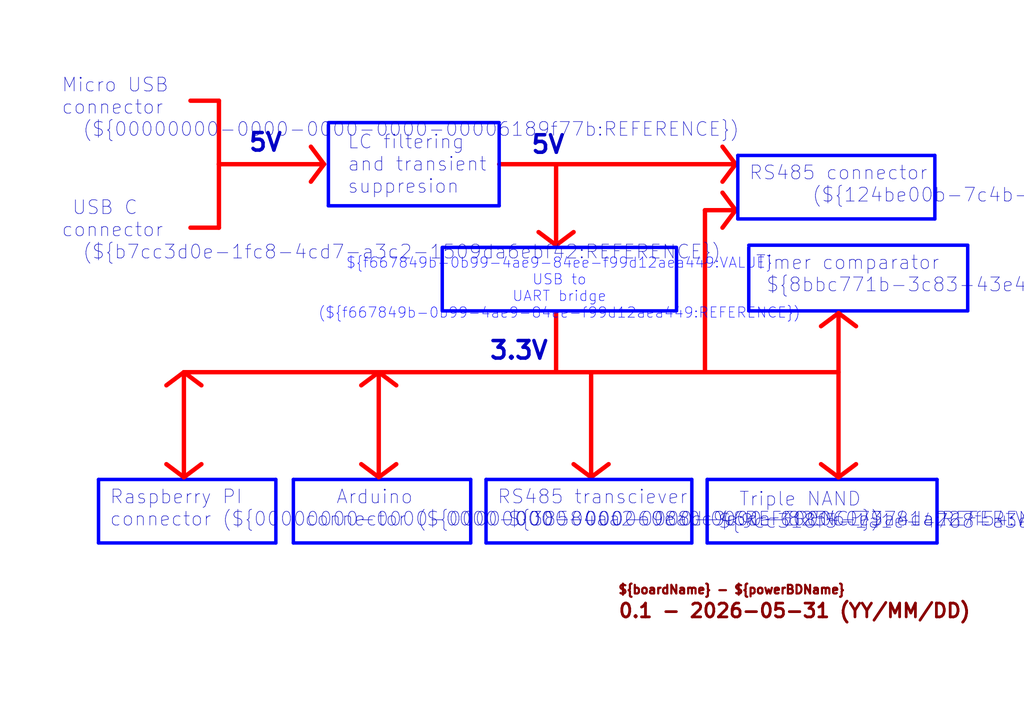
<source format=kicad_sch>
(kicad_sch
	(version 20250114)
	(generator "eeschema")
	(generator_version "9.0")
	(uuid "55f62029-af66-4168-97aa-c791fab7ce0f")
	(paper "A4")
	(title_block
		(title "${boardName} - ${powerBDName}")
		(date "2025-10-04")
		(rev "0.1")
	)
	(lib_symbols)
	(text "5V"
		(exclude_from_sim no)
		(at 71.755 44.45 0)
		(effects
			(font
				(size 5.08 5.08)
				(thickness 1.016)
				(bold yes)
			)
			(justify left bottom)
		)
		(uuid "01bd0fb0-85c4-408a-b875-bf7b3d64975b")
	)
	(text "   Arduino\nconnector (${00000000-0000-0000-0000-000060e9a81a:REFERENCE})"
		(exclude_from_sim no)
		(at 88.265 153.035 0)
		(effects
			(font
				(size 4 4)
			)
			(justify left bottom)
		)
		(uuid "1c632476-dcdc-4881-90b6-ff850f5052c3")
	)
	(text "RS485 connector\n      (${124be00b-7c4b-44a1-ac37-f5e21129a574:REFERENCE})"
		(exclude_from_sim no)
		(at 217.17 59.055 0)
		(effects
			(font
				(size 4 4)
			)
			(justify left bottom)
		)
		(uuid "205cd213-894f-4127-9171-f75a5e5a1436")
	)
	(text "   Triple NAND\n ${9cc318f5-1a1e-4768-a3e4-faa81f67e5b1:VALUE} (${9cc318f5-1a1e-4768-a3e4-faa81f67e5b1:REFERENCE})"
		(exclude_from_sim no)
		(at 205.105 153.67 0)
		(effects
			(font
				(size 4 4)
			)
			(justify left bottom)
		)
		(uuid "39381a60-099d-46ea-9bdc-9fd7b756831a")
	)
	(text "Raspberry PI\nconnector (${00000000-0000-0000-0000-000060ea0c9e:REFERENCE})"
		(exclude_from_sim no)
		(at 31.75 153.035 0)
		(effects
			(font
				(size 4 4)
			)
			(justify left bottom)
		)
		(uuid "4f570829-e0e8-4bac-9c8d-6c05a7cb43db")
	)
	(text "RS485 transciever\n ${38584aa2-988d-46de-8254-7374da227f54:VALUE} (${38584aa2-988d-46de-8254-7374da227f54:REFERENCE})"
		(exclude_from_sim no)
		(at 144.145 153.035 0)
		(effects
			(font
				(size 4 4)
			)
			(justify left bottom)
		)
		(uuid "576acec7-f6b0-4579-afb7-766779c47a4e")
	)
	(text "  LC filtering\n  and transient \n  suppresion"
		(exclude_from_sim no)
		(at 94.615 56.515 0)
		(effects
			(font
				(size 4 4)
			)
			(justify left bottom)
		)
		(uuid "63b2b021-2b26-4ce9-ac72-95826763c85e")
	)
	(text "${REVISION} - ${CURRENT_DATE} (YY/MM/DD)"
		(exclude_from_sim no)
		(at 179.07 179.705 0)
		(effects
			(font
				(size 4 4)
				(thickness 0.8)
				(bold yes)
				(color 132 0 0 1)
			)
			(justify left bottom)
		)
		(uuid "6ff7fa76-116a-47a2-85ab-3789a5f6b718")
	)
	(text " USB C\nconnector\n  (${b7cc3d0e-1fc8-4cd7-a3c2-1509da6ebf42:REFERENCE})"
		(exclude_from_sim no)
		(at 17.78 75.565 0)
		(effects
			(font
				(size 4 4)
			)
			(justify left bottom)
		)
		(uuid "76d987bd-d992-4ef5-a15f-82353a93af41")
	)
	(text "5V"
		(exclude_from_sim no)
		(at 153.67 45.085 0)
		(effects
			(font
				(size 5.08 5.08)
				(thickness 1.016)
				(bold yes)
			)
			(justify left bottom)
		)
		(uuid "86d784be-5e01-4075-96cf-8f1d0d05bd76")
	)
	(text "Timer comparator\n ${8bbc771b-3c83-43e4-9319-f143e5621448:VALUE} (${8bbc771b-3c83-43e4-9319-f143e5621448:REFERENCE})"
		(exclude_from_sim no)
		(at 219.075 85.09 0)
		(effects
			(font
				(size 4 4)
			)
			(justify left bottom)
		)
		(uuid "8edb9323-02ef-40fb-a22e-4f606fef0617")
	)
	(text "${boardName} - ${powerBDName}"
		(exclude_from_sim no)
		(at 179.07 172.72 0)
		(effects
			(font
				(size 2.5 2.5)
				(thickness 0.8)
				(bold yes)
				(color 132 0 0 1)
			)
			(justify left bottom)
		)
		(uuid "98bd5e95-72ef-4c93-bc2c-515ff2cbb4c8")
	)
	(text "Micro USB\nconnector\n  (${00000000-0000-0000-0000-00006189f77b:REFERENCE})"
		(exclude_from_sim no)
		(at 17.78 40.005 0)
		(effects
			(font
				(size 4 4)
			)
			(justify left bottom)
		)
		(uuid "9a374510-5df5-4318-9a9c-3218d90a352c")
	)
	(text "3.3V"
		(exclude_from_sim no)
		(at 141.605 104.775 0)
		(effects
			(font
				(size 5.08 5.08)
				(thickness 1.016)
				(bold yes)
			)
			(justify left bottom)
		)
		(uuid "c1dc95c1-dce5-4cb6-ba5a-98ca22e349e6")
	)
	(text_box " ${f667849b-0b99-4ae9-84ee-f99d12aea449:VALUE} USB to\nUART bridge (${f667849b-0b99-4ae9-84ee-f99d12aea449:REFERENCE})"
		(exclude_from_sim no)
		(at 128.27 71.755 0)
		(size 67.945 18.415)
		(margins 2.75 2.75 2.75 2.75)
		(stroke
			(width 1)
			(type default)
			(color 0 0 255 1)
		)
		(fill
			(type none)
		)
		(effects
			(font
				(size 3 3)
				(color 0 0 255 1)
			)
		)
		(uuid "8ea1679a-0559-4052-9bb0-e3c52c2a1395")
	)
	(polyline
		(pts
			(xy 213.36 60.96) (xy 209.55 66.04)
		)
		(stroke
			(width 1.27)
			(type solid)
			(color 255 0 0 1)
		)
		(uuid "01d451ec-59f2-4c17-a10a-5117ef50e422")
	)
	(polyline
		(pts
			(xy 53.34 107.95) (xy 53.34 138.43)
		)
		(stroke
			(width 1.27)
			(type solid)
			(color 255 0 0 1)
		)
		(uuid "085685c5-6751-4baf-a33a-f879e2e5de99")
	)
	(polyline
		(pts
			(xy 58.42 134.62) (xy 53.34 138.43)
		)
		(stroke
			(width 1.27)
			(type solid)
			(color 255 0 0 1)
		)
		(uuid "0b985733-b8b5-4656-afbf-e9d3a55f400c")
	)
	(polyline
		(pts
			(xy 243.205 90.805) (xy 248.285 94.615)
		)
		(stroke
			(width 1.27)
			(type solid)
			(color 255 0 0 1)
		)
		(uuid "0cdda728-dfa7-48c8-9051-af511b311cfe")
	)
	(polyline
		(pts
			(xy 140.97 139.065) (xy 140.97 157.48)
		)
		(stroke
			(width 1)
			(type solid)
			(color 0 0 255 1)
		)
		(uuid "12fa36bd-3d65-49e2-b46b-d913da3352e6")
	)
	(polyline
		(pts
			(xy 280.67 90.17) (xy 217.17 90.17)
		)
		(stroke
			(width 1)
			(type solid)
			(color 0 0 255 1)
		)
		(uuid "13c05f3e-2f36-402c-b895-0da438eb3a83")
	)
	(polyline
		(pts
			(xy 63.5 66.04) (xy 63.5 47.625)
		)
		(stroke
			(width 1.27)
			(type solid)
			(color 255 0 0 1)
		)
		(uuid "1d0046e2-5d02-42c2-a54e-15153cab3dc2")
	)
	(polyline
		(pts
			(xy 144.78 59.69) (xy 95.25 59.69)
		)
		(stroke
			(width 1)
			(type solid)
			(color 0 0 255 1)
		)
		(uuid "1d2b9cce-d040-43aa-81c9-3ccf0afa02c1")
	)
	(polyline
		(pts
			(xy 271.78 157.48) (xy 205.105 157.48)
		)
		(stroke
			(width 1)
			(type solid)
			(color 0 0 255 1)
		)
		(uuid "22d3de6e-f5fa-49d6-9961-3ba1b07324b6")
	)
	(polyline
		(pts
			(xy 176.53 134.62) (xy 171.45 138.43)
		)
		(stroke
			(width 1.27)
			(type solid)
			(color 255 0 0 1)
		)
		(uuid "248e3f06-ec57-49b5-a9d3-907dc14c8160")
	)
	(polyline
		(pts
			(xy 171.45 138.43) (xy 166.37 134.62)
		)
		(stroke
			(width 1.27)
			(type solid)
			(color 255 0 0 1)
		)
		(uuid "2af7c999-a87e-4f84-8ec2-e537b2e7801c")
	)
	(polyline
		(pts
			(xy 213.995 45.085) (xy 213.995 63.5)
		)
		(stroke
			(width 1)
			(type solid)
			(color 0 0 255 1)
		)
		(uuid "3a10cc6e-fe01-4929-928a-966152fcf890")
	)
	(polyline
		(pts
			(xy 238.125 94.615) (xy 243.205 90.805)
		)
		(stroke
			(width 1.27)
			(type solid)
			(color 255 0 0 1)
		)
		(uuid "3b08d156-8a50-4896-b61c-cb221f062131")
	)
	(polyline
		(pts
			(xy 93.98 47.625) (xy 90.17 52.705)
		)
		(stroke
			(width 1.27)
			(type solid)
			(color 255 0 0 1)
		)
		(uuid "3f93173f-34ab-4df6-95ad-5e4b1ff09b7e")
	)
	(polyline
		(pts
			(xy 217.17 71.755) (xy 217.17 90.17)
		)
		(stroke
			(width 1)
			(type solid)
			(color 0 0 255 1)
		)
		(uuid "3fdf7908-57de-4f75-81b8-bf99290089e2")
	)
	(polyline
		(pts
			(xy 55.245 29.21) (xy 63.5 29.21)
		)
		(stroke
			(width 1.27)
			(type solid)
			(color 255 0 0 1)
		)
		(uuid "43945d55-1504-4220-a699-ea9e25368acd")
	)
	(polyline
		(pts
			(xy 136.525 139.065) (xy 85.09 139.065)
		)
		(stroke
			(width 1)
			(type solid)
			(color 0 0 255 1)
		)
		(uuid "44f717f4-6520-409b-b8ab-6d203b2217a4")
	)
	(polyline
		(pts
			(xy 136.525 157.48) (xy 85.09 157.48)
		)
		(stroke
			(width 1)
			(type solid)
			(color 0 0 255 1)
		)
		(uuid "48ab9f4a-76fa-4eee-aad6-9dc718f3a471")
	)
	(polyline
		(pts
			(xy 80.01 139.065) (xy 80.01 157.48)
		)
		(stroke
			(width 1)
			(type solid)
			(color 0 0 255 1)
		)
		(uuid "4a0c302d-0d7a-43fc-b762-388be0fc7636")
	)
	(polyline
		(pts
			(xy 209.55 42.545) (xy 213.36 47.625)
		)
		(stroke
			(width 1.27)
			(type solid)
			(color 255 0 0 1)
		)
		(uuid "4e0aa253-b5e7-441f-9e58-bd323d5d9fa8")
	)
	(polyline
		(pts
			(xy 166.37 67.31) (xy 161.29 71.12)
		)
		(stroke
			(width 1.27)
			(type solid)
			(color 255 0 0 1)
		)
		(uuid "4e599289-9966-4b0b-b915-9932b4bb396a")
	)
	(polyline
		(pts
			(xy 95.25 35.56) (xy 144.78 35.56)
		)
		(stroke
			(width 1)
			(type solid)
			(color 0 0 255 1)
		)
		(uuid "5cf75a6f-3b85-4ae2-8626-a7135c3defca")
	)
	(polyline
		(pts
			(xy 200.66 139.065) (xy 140.97 139.065)
		)
		(stroke
			(width 1)
			(type solid)
			(color 0 0 255 1)
		)
		(uuid "5d136e0e-407d-45f8-9954-62f5a82c9e6c")
	)
	(polyline
		(pts
			(xy 280.67 71.12) (xy 217.17 71.12)
		)
		(stroke
			(width 1)
			(type solid)
			(color 0 0 255 1)
		)
		(uuid "5d6ffbe3-a7ce-4a1e-8cd1-1a9e42bbbf92")
	)
	(polyline
		(pts
			(xy 114.935 134.62) (xy 109.855 138.43)
		)
		(stroke
			(width 1.27)
			(type solid)
			(color 255 0 0 1)
		)
		(uuid "5dba3759-edcc-4fc0-ae3d-511a20ae78c7")
	)
	(polyline
		(pts
			(xy 213.995 45.085) (xy 271.145 45.085)
		)
		(stroke
			(width 1)
			(type solid)
			(color 0 0 255 1)
		)
		(uuid "642e0805-f35d-4a57-b52f-dc347db87995")
	)
	(polyline
		(pts
			(xy 109.855 107.95) (xy 109.855 138.43)
		)
		(stroke
			(width 1.27)
			(type solid)
			(color 255 0 0 1)
		)
		(uuid "68466fbd-4435-4ba0-8614-5e5753c2829e")
	)
	(polyline
		(pts
			(xy 90.17 42.545) (xy 93.98 47.625)
		)
		(stroke
			(width 1.27)
			(type solid)
			(color 255 0 0 1)
		)
		(uuid "692f40b7-3958-4f12-ae26-34811888a63c")
	)
	(polyline
		(pts
			(xy 248.285 134.62) (xy 243.205 138.43)
		)
		(stroke
			(width 1.27)
			(type solid)
			(color 255 0 0 1)
		)
		(uuid "6b56cb8e-cc4b-4db0-93a7-5fce37de6850")
	)
	(polyline
		(pts
			(xy 48.26 111.76) (xy 53.34 107.95)
		)
		(stroke
			(width 1.27)
			(type solid)
			(color 255 0 0 1)
		)
		(uuid "6f080e9f-d800-424e-adae-ada67fd38ecc")
	)
	(polyline
		(pts
			(xy 205.105 139.065) (xy 205.105 157.48)
		)
		(stroke
			(width 1)
			(type solid)
			(color 0 0 255 1)
		)
		(uuid "70d83da3-7fa4-472a-bbd3-3d19ca987773")
	)
	(polyline
		(pts
			(xy 161.29 47.625) (xy 161.29 71.12)
		)
		(stroke
			(width 1.27)
			(type solid)
			(color 255 0 0 1)
		)
		(uuid "71acf259-ba66-4572-8bb4-f4bc4e190546")
	)
	(polyline
		(pts
			(xy 104.775 111.76) (xy 109.855 107.95)
		)
		(stroke
			(width 1.27)
			(type solid)
			(color 255 0 0 1)
		)
		(uuid "74144170-141e-420d-b176-1140fb597374")
	)
	(polyline
		(pts
			(xy 53.34 138.43) (xy 48.26 134.62)
		)
		(stroke
			(width 1.27)
			(type solid)
			(color 255 0 0 1)
		)
		(uuid "75a252a4-f45d-4491-94cb-2160d96e03dc")
	)
	(polyline
		(pts
			(xy 209.55 55.88) (xy 213.36 60.96)
		)
		(stroke
			(width 1.27)
			(type solid)
			(color 255 0 0 1)
		)
		(uuid "796137af-e865-40cf-85ae-cb9be82a27d7")
	)
	(polyline
		(pts
			(xy 109.855 138.43) (xy 104.775 134.62)
		)
		(stroke
			(width 1.27)
			(type solid)
			(color 255 0 0 1)
		)
		(uuid "81ede48f-1f96-4172-89de-7b521308a5bd")
	)
	(polyline
		(pts
			(xy 63.5 29.21) (xy 63.5 47.625)
		)
		(stroke
			(width 1.27)
			(type solid)
			(color 255 0 0 1)
		)
		(uuid "902ee363-eb20-4aa5-a83a-df1afab3ffa6")
	)
	(polyline
		(pts
			(xy 63.5 66.04) (xy 55.245 66.04)
		)
		(stroke
			(width 1.27)
			(type solid)
			(color 255 0 0 1)
		)
		(uuid "924546f4-85dc-427e-85d0-dfb3f21de950")
	)
	(polyline
		(pts
			(xy 53.34 107.95) (xy 243.205 107.95)
		)
		(stroke
			(width 1.27)
			(type solid)
			(color 255 0 0 1)
		)
		(uuid "99af056a-10b4-4ac3-80a5-efad848b0c99")
	)
	(polyline
		(pts
			(xy 109.855 107.95) (xy 114.935 111.76)
		)
		(stroke
			(width 1.27)
			(type solid)
			(color 255 0 0 1)
		)
		(uuid "9a0e9735-dc0f-48c3-a3e4-09bcf042562b")
	)
	(polyline
		(pts
			(xy 28.575 139.065) (xy 28.575 157.48)
		)
		(stroke
			(width 1)
			(type solid)
			(color 0 0 255 1)
		)
		(uuid "9d207e1f-d3b3-4cfc-8922-ae388d4dcb19")
	)
	(polyline
		(pts
			(xy 271.145 63.5) (xy 213.995 63.5)
		)
		(stroke
			(width 1)
			(type solid)
			(color 0 0 255 1)
		)
		(uuid "a27a7218-93cc-4e18-a4c3-b1b33b2c8e52")
	)
	(polyline
		(pts
			(xy 85.09 139.065) (xy 85.09 157.48)
		)
		(stroke
			(width 1)
			(type solid)
			(color 0 0 255 1)
		)
		(uuid "a7c8b6ec-6cea-4532-96a2-c901756b5450")
	)
	(polyline
		(pts
			(xy 271.145 45.085) (xy 271.145 63.5)
		)
		(stroke
			(width 1)
			(type solid)
			(color 0 0 255 1)
		)
		(uuid "ad77adca-585d-4953-baeb-ecb8caa0f606")
	)
	(polyline
		(pts
			(xy 271.78 139.065) (xy 271.78 157.48)
		)
		(stroke
			(width 1)
			(type solid)
			(color 0 0 255 1)
		)
		(uuid "b04ddda1-0888-4bd2-9bc0-40171474a73e")
	)
	(polyline
		(pts
			(xy 53.34 107.95) (xy 58.42 111.76)
		)
		(stroke
			(width 1.27)
			(type solid)
			(color 255 0 0 1)
		)
		(uuid "b0c4ede3-674d-4c78-be34-0dea2821fb3d")
	)
	(polyline
		(pts
			(xy 271.78 139.065) (xy 205.105 139.065)
		)
		(stroke
			(width 1)
			(type solid)
			(color 0 0 255 1)
		)
		(uuid "b4c11f9b-bf3f-4d58-ba78-8f726ad54552")
	)
	(polyline
		(pts
			(xy 80.01 157.48) (xy 28.575 157.48)
		)
		(stroke
			(width 1)
			(type solid)
			(color 0 0 255 1)
		)
		(uuid "ba435a38-338f-4480-b995-80ae8e774fbc")
	)
	(polyline
		(pts
			(xy 171.45 107.95) (xy 171.45 138.43)
		)
		(stroke
			(width 1.27)
			(type solid)
			(color 255 0 0 1)
		)
		(uuid "bef190c3-62cf-4e40-b4ea-2ed4d0642934")
	)
	(polyline
		(pts
			(xy 200.66 139.065) (xy 200.66 157.48)
		)
		(stroke
			(width 1)
			(type solid)
			(color 0 0 255 1)
		)
		(uuid "c0fd611c-d49d-4d6b-b8f1-040c2b79dc01")
	)
	(polyline
		(pts
			(xy 213.36 47.625) (xy 209.55 52.705)
		)
		(stroke
			(width 1.27)
			(type solid)
			(color 255 0 0 1)
		)
		(uuid "c2ebf401-2f69-4b6c-b20d-52308d208d89")
	)
	(polyline
		(pts
			(xy 280.67 71.12) (xy 280.67 90.17)
		)
		(stroke
			(width 1)
			(type solid)
			(color 0 0 255 1)
		)
		(uuid "cbcfcde7-e817-4502-9560-18b4c6934a70")
	)
	(polyline
		(pts
			(xy 204.47 60.96) (xy 212.725 60.96)
		)
		(stroke
			(width 1.27)
			(type solid)
			(color 255 0 0 1)
		)
		(uuid "d88f5348-c22f-4326-8c4e-ab4bfb7ee7a9")
	)
	(polyline
		(pts
			(xy 144.78 47.625) (xy 212.725 47.625)
		)
		(stroke
			(width 1.27)
			(type solid)
			(color 255 0 0 1)
		)
		(uuid "d8a8e939-f191-4b22-a98c-8bf54d8622ba")
	)
	(polyline
		(pts
			(xy 243.205 90.805) (xy 243.205 138.43)
		)
		(stroke
			(width 1.27)
			(type solid)
			(color 255 0 0 1)
		)
		(uuid "da65627a-165b-4042-ae59-23a11efa84de")
	)
	(polyline
		(pts
			(xy 144.78 36.195) (xy 144.78 59.69)
		)
		(stroke
			(width 1)
			(type solid)
			(color 0 0 255 1)
		)
		(uuid "db8567cb-8f48-4bd0-af4d-2ae890a432a3")
	)
	(polyline
		(pts
			(xy 161.29 71.12) (xy 156.21 67.31)
		)
		(stroke
			(width 1.27)
			(type solid)
			(color 255 0 0 1)
		)
		(uuid "dc8490a0-d701-4c34-ac2e-5cec9693590e")
	)
	(polyline
		(pts
			(xy 80.01 139.065) (xy 28.575 139.065)
		)
		(stroke
			(width 1)
			(type solid)
			(color 0 0 255 1)
		)
		(uuid "e0653468-32ea-445a-960c-52d2cf4fd3cd")
	)
	(polyline
		(pts
			(xy 161.29 90.805) (xy 161.29 107.315)
		)
		(stroke
			(width 1.27)
			(type solid)
			(color 255 0 0 1)
		)
		(uuid "e2bd1a1f-29fb-4dda-8c23-09a672acce76")
	)
	(polyline
		(pts
			(xy 136.525 139.065) (xy 136.525 157.48)
		)
		(stroke
			(width 1)
			(type solid)
			(color 0 0 255 1)
		)
		(uuid "e5946e52-7ffb-419c-b498-1bb6e567cc84")
	)
	(polyline
		(pts
			(xy 204.47 107.315) (xy 204.47 60.96)
		)
		(stroke
			(width 1.27)
			(type solid)
			(color 255 0 0 1)
		)
		(uuid "e8e03390-ca44-4274-a26b-0d1bd27e22e6")
	)
	(polyline
		(pts
			(xy 243.205 138.43) (xy 238.125 134.62)
		)
		(stroke
			(width 1.27)
			(type solid)
			(color 255 0 0 1)
		)
		(uuid "eb12e2ee-ebab-4fd4-99f6-83c7f8d224ec")
	)
	(polyline
		(pts
			(xy 63.5 47.625) (xy 93.98 47.625)
		)
		(stroke
			(width 1.27)
			(type solid)
			(color 255 0 0 1)
		)
		(uuid "ebb9d6f3-11f5-4d82-8714-44e09b230d82")
	)
	(polyline
		(pts
			(xy 200.66 157.48) (xy 140.97 157.48)
		)
		(stroke
			(width 1)
			(type solid)
			(color 0 0 255 1)
		)
		(uuid "f3213b18-753f-48b6-ac05-884685c36f42")
	)
	(polyline
		(pts
			(xy 95.25 36.195) (xy 95.25 59.69)
		)
		(stroke
			(width 1)
			(type solid)
			(color 0 0 255 1)
		)
		(uuid "fd160541-75e8-46b5-a6f2-b98d6b30924a")
	)
)

</source>
